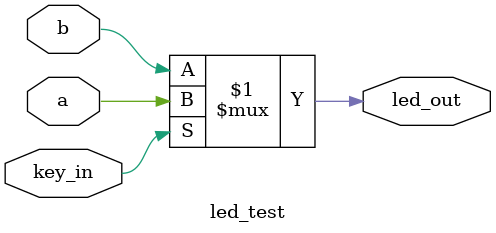
<source format=v>
module led_test(
	a,
	b,
	key_in,
	led_out
);

input a;
input b;
input key_in;

output led_out;

assign led_out= key_in? a:b;


endmodule 


</source>
